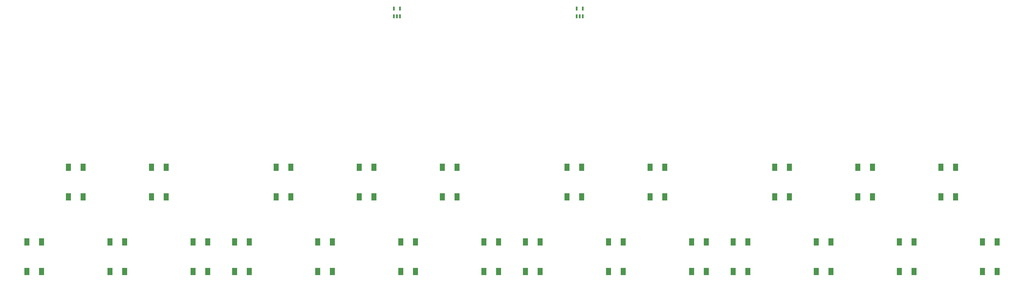
<source format=gtp>
G04 Layer: TopPasteMaskLayer*
G04 EasyEDA v6.5.43, 2024-08-15 14:15:18*
G04 cb6e2e9fbd21486d88ae5690d2d3dc00,10*
G04 Gerber Generator version 0.2*
G04 Scale: 100 percent, Rotated: No, Reflected: No *
G04 Dimensions in millimeters *
G04 leading zeros omitted , absolute positions ,4 integer and 5 decimal *
%FSLAX45Y45*%
%MOMM*%

%ADD10R,1.5000X2.3000*%
%ADD11R,0.4900X1.1570*%
%ADD12R,0.4900X1.1750*%

%LPD*%
D10*
G01*
X9877018Y-1069009D03*
G01*
X9876993Y-1978990D03*
G01*
X9427006Y-1069009D03*
G01*
X9427006Y-1978990D03*
G01*
X11147018Y1216990D03*
G01*
X11146993Y307009D03*
G01*
X10697006Y1216990D03*
G01*
X10697006Y307009D03*
G01*
X12417018Y-1069009D03*
G01*
X12416993Y-1978990D03*
G01*
X11967006Y-1069009D03*
G01*
X11967006Y-1978990D03*
G01*
X13687018Y1216990D03*
G01*
X13686993Y307009D03*
G01*
X13237006Y1216990D03*
G01*
X13237006Y307009D03*
G01*
X14957018Y-1069009D03*
G01*
X14956993Y-1978990D03*
G01*
X14507006Y-1069009D03*
G01*
X14507006Y-1978990D03*
G01*
X16227018Y-1069009D03*
G01*
X16226993Y-1978990D03*
G01*
X15777006Y-1069009D03*
G01*
X15777006Y-1978990D03*
G01*
X17497018Y1216990D03*
G01*
X17496993Y307009D03*
G01*
X17047006Y1216990D03*
G01*
X17047006Y307009D03*
G01*
X18767018Y-1069009D03*
G01*
X18766993Y-1978990D03*
G01*
X18317006Y-1069009D03*
G01*
X18317006Y-1978990D03*
G01*
X20037018Y1216990D03*
G01*
X20036993Y307009D03*
G01*
X19587006Y1216990D03*
G01*
X19587006Y307009D03*
G01*
X21307018Y-1069009D03*
G01*
X21306993Y-1978990D03*
G01*
X20857006Y-1069009D03*
G01*
X20857006Y-1978990D03*
G01*
X22577018Y-1069009D03*
G01*
X22576993Y-1978990D03*
G01*
X22127006Y-1069009D03*
G01*
X22127006Y-1978990D03*
G01*
X23847018Y1216990D03*
G01*
X23846993Y307009D03*
G01*
X23397006Y1216990D03*
G01*
X23397006Y307009D03*
G01*
X25117018Y-1069009D03*
G01*
X25116993Y-1978990D03*
G01*
X24667006Y-1069009D03*
G01*
X24667006Y-1978990D03*
G01*
X26387018Y1216990D03*
G01*
X26386993Y307009D03*
G01*
X25937006Y1216990D03*
G01*
X25937006Y307009D03*
G01*
X27657018Y-1069009D03*
G01*
X27656993Y-1978990D03*
G01*
X27207006Y-1069009D03*
G01*
X27207006Y-1978990D03*
G01*
X28927018Y1216990D03*
G01*
X28926993Y307009D03*
G01*
X28477006Y1216990D03*
G01*
X28477006Y307009D03*
G01*
X30197018Y-1069009D03*
G01*
X30196993Y-1978990D03*
G01*
X29747006Y-1069009D03*
G01*
X29747006Y-1978990D03*
G01*
X987018Y-1069009D03*
G01*
X986993Y-1978990D03*
G01*
X537006Y-1069009D03*
G01*
X537006Y-1978990D03*
G01*
X2257018Y1216990D03*
G01*
X2256993Y307009D03*
G01*
X1807006Y1216990D03*
G01*
X1807006Y307009D03*
G01*
X3527018Y-1069009D03*
G01*
X3526993Y-1978990D03*
G01*
X3076981Y-1069009D03*
G01*
X3076981Y-1978990D03*
G01*
X4797018Y1216990D03*
G01*
X4796993Y307009D03*
G01*
X4346981Y1216990D03*
G01*
X4346981Y307009D03*
G01*
X6067018Y-1069009D03*
G01*
X6066993Y-1978990D03*
G01*
X5617006Y-1069009D03*
G01*
X5617006Y-1978990D03*
G01*
X7337018Y-1069009D03*
G01*
X7336993Y-1978990D03*
G01*
X6887006Y-1069009D03*
G01*
X6887006Y-1978990D03*
G01*
X8607018Y1216990D03*
G01*
X8606993Y307009D03*
G01*
X8157006Y1216990D03*
G01*
X8157006Y307009D03*
D11*
G01*
X17342104Y5840933D03*
G01*
X17437100Y5840933D03*
G01*
X17532095Y5840933D03*
D12*
G01*
X17532095Y6071666D03*
G01*
X17342104Y6071666D03*
D11*
G01*
X11754104Y5840933D03*
G01*
X11849100Y5840933D03*
G01*
X11944095Y5840933D03*
D12*
G01*
X11944095Y6071666D03*
G01*
X11754104Y6071666D03*
M02*

</source>
